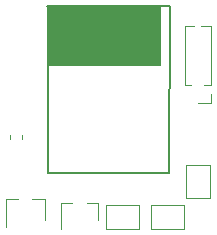
<source format=gbr>
G04 #@! TF.GenerationSoftware,KiCad,Pcbnew,(5.1.0)-1*
G04 #@! TF.CreationDate,2019-05-15T12:27:27+02:00*
G04 #@! TF.ProjectId,expansion,65787061-6e73-4696-9f6e-2e6b69636164,rev?*
G04 #@! TF.SameCoordinates,Original*
G04 #@! TF.FileFunction,Legend,Top*
G04 #@! TF.FilePolarity,Positive*
%FSLAX46Y46*%
G04 Gerber Fmt 4.6, Leading zero omitted, Abs format (unit mm)*
G04 Created by KiCad (PCBNEW (5.1.0)-1) date 2019-05-15 12:27:27*
%MOMM*%
%LPD*%
G04 APERTURE LIST*
%ADD10C,0.120000*%
%ADD11C,0.150000*%
G04 APERTURE END LIST*
D10*
X138600000Y-72400000D02*
X138600000Y-70400000D01*
X141400000Y-72400000D02*
X138600000Y-72400000D01*
X141400000Y-70400000D02*
X141400000Y-72400000D01*
X138600000Y-70400000D02*
X141400000Y-70400000D01*
D11*
X133750000Y-58525001D02*
X143200000Y-58525001D01*
X143200000Y-58525001D02*
X143200000Y-53600001D01*
X143200000Y-53600001D02*
X133675000Y-53600001D01*
X133675000Y-53600001D02*
X133675000Y-58525001D01*
G36*
X133725000Y-58525001D02*
G01*
X133700000Y-53600001D01*
X143150000Y-53625001D01*
X143150000Y-58500001D01*
X133725000Y-58525001D01*
G37*
X133725000Y-58525001D02*
X133700000Y-53600001D01*
X143150000Y-53625001D01*
X143150000Y-58500001D01*
X133725000Y-58525001D01*
X133650000Y-53575001D02*
X144075000Y-53575001D01*
X144075000Y-53575001D02*
X144000000Y-67650001D01*
X144000000Y-67650001D02*
X133750000Y-67650001D01*
X133750000Y-67650001D02*
X133675000Y-53575001D01*
D10*
X131510000Y-64428733D02*
X131510000Y-64771267D01*
X130490000Y-64428733D02*
X130490000Y-64771267D01*
X137980000Y-70240000D02*
X137050000Y-70240000D01*
X134820000Y-70240000D02*
X135750000Y-70240000D01*
X134820000Y-70240000D02*
X134820000Y-72400000D01*
X137980000Y-70240000D02*
X137980000Y-71700000D01*
X147400000Y-69800000D02*
X145400000Y-69800000D01*
X147400000Y-67000000D02*
X147400000Y-69800000D01*
X145400000Y-67000000D02*
X147400000Y-67000000D01*
X145400000Y-69800000D02*
X145400000Y-67000000D01*
X142400000Y-70400000D02*
X145200000Y-70400000D01*
X145200000Y-70400000D02*
X145200000Y-72400000D01*
X145200000Y-72400000D02*
X142400000Y-72400000D01*
X142400000Y-72400000D02*
X142400000Y-70400000D01*
X130150000Y-72250000D02*
X130150000Y-69850000D01*
X130150000Y-69850000D02*
X131200000Y-69850000D01*
X133450000Y-71650000D02*
X133450000Y-69850000D01*
X133450000Y-69850000D02*
X132400000Y-69850000D01*
X147510000Y-55225000D02*
X146707530Y-55225000D01*
X146092470Y-55225000D02*
X145290000Y-55225000D01*
X147510000Y-60240000D02*
X147510000Y-55225000D01*
X145290000Y-60240000D02*
X145290000Y-55225000D01*
X147510000Y-60240000D02*
X146963471Y-60240000D01*
X145836529Y-60240000D02*
X145290000Y-60240000D01*
X147510000Y-61000000D02*
X147510000Y-61760000D01*
X147510000Y-61760000D02*
X146400000Y-61760000D01*
M02*

</source>
